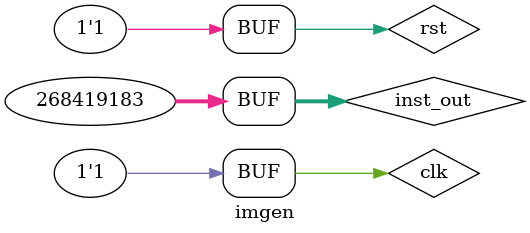
<source format=v>
`timescale 1ns / 1ps


module imgen;
reg [31:0] inst_out;
wire  [31:0] immgenout;
reg clk,rst;

immgen ig1 (.instr(inst_out),.out(immgenout),.clk(clk),.rst(rst));

initial
begin
clk=0;
rst=0;
inst_out=32'b01111010101011000110001000000011;
#10;
clk=1;
rst=0;
inst_out=32'b01111010101011000110001000000011;
#10;
clk=0;
rst=1;
inst_out=32'b01111010101011000110001000000011;
#10;
clk=1;
rst=1;
inst_out=32'b01111010101011000110001000000011;
#10;
/////
clk=0;
rst=0;
inst_out=32'b10111010111010011000101000100011;
#10;
clk=1;
rst=0;
inst_out=32'b10111010111010011000101000100011 ;
#10;
clk=0;
rst=1;
inst_out=32'b10111010111010011000101000100011 ;
#10;
clk=1;
rst=1;
inst_out=32'b10111010111010011000101000100011 ;
#10;
////////////////
clk=0;
rst=0;
inst_out=32'b01100111000110011110000001100011;
#10;
clk=1;
rst=0;
inst_out=32'b01100111000110011110000001100011 ;
#10;
clk=0;
rst=1;
inst_out=32'b01100111000110011110000001100011 ;
#10;
clk=1;
rst=1;
inst_out=32'b01100111000110011110000001100011 ;
#10;
////////////
clk=0;
rst=0;
inst_out=32'b11111111000111100001100000010011;
#10;
clk=1;
rst=0;
inst_out=32'b11111111000111100001100000010011 ;
#10;
clk=0;
rst=1;
inst_out=32'b11111111000111100001100000010011 ;
#10;
clk=1;
rst=1;
inst_out=32'b11111111000111100001100000010011 ;
#10;
////////////
clk=0;
rst=0;
inst_out=32'b11111111110000001100000001100111;
#10;
clk=1;
rst=0;
inst_out=32'b11111111110000001100000001100111 ;
#10;
clk=0;
rst=1;
inst_out=32'b11111111110000001100000001100111 ;
#10;
clk=1;
rst=1;
inst_out=32'b11111111110000001100000001100111 ;
#10;
////////
clk=0;
rst=0;
inst_out=32'b00001111111111111100000001101111;
#10;
clk=1;
rst=0;
inst_out=32'b00001111111111111100000001101111 ;
#10;
clk=0;
rst=1;
inst_out=32'b00001111111111111100000001101111 ;
#10;
clk=1;
rst=1;
inst_out=32'b00001111111111111100000001101111 ;
end


endmodule

</source>
